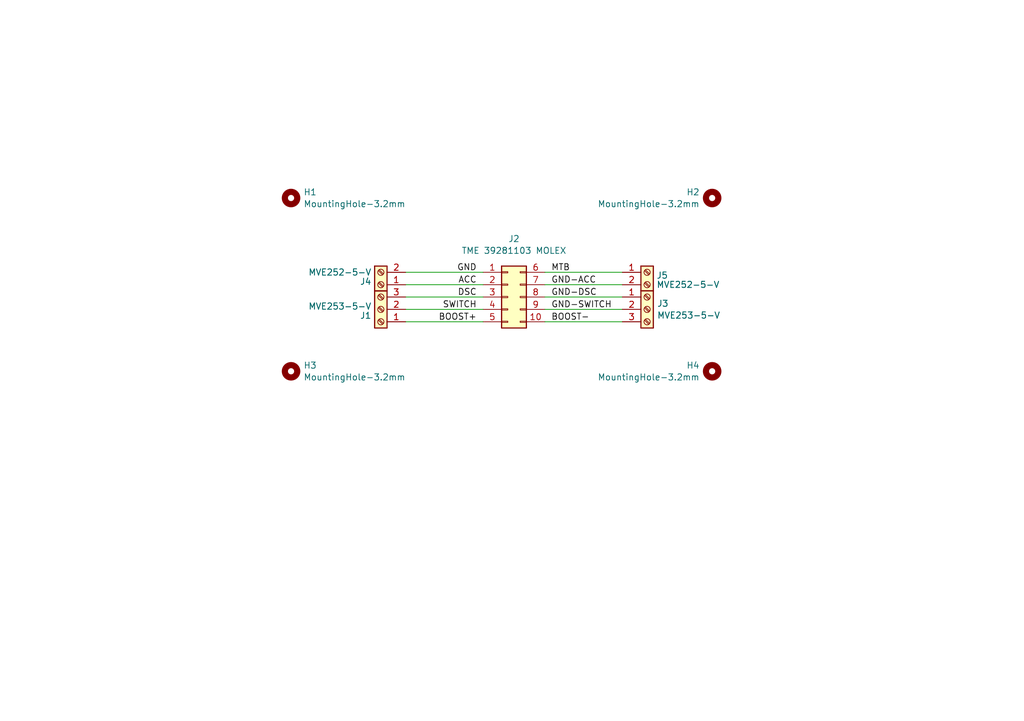
<source format=kicad_sch>
(kicad_sch (version 20230121) (generator eeschema)
  (paper "A5")
  (title_block (title "MOLEX10 to screw-terminals PCB for power supply") (date "2024-06-13") (rev "1.0"))
  (lib_symbols
    (symbol "Connector:Screw_Terminal_01x02" (pin_names (offset 1.016) hide)
      (property "Reference" "J" (at 0 2.54 0))
      (property "Value" "Screw_Terminal_01x02" (at 0 -5.08 0))
      (symbol "Screw_Terminal_01x02_1_1"
        (rectangle (start -1.27 1.27) (end 1.27 -3.81) (stroke (width 0.254)) (fill (type background)))
        (circle (center 0 -2.54) (radius 0.635) (stroke (width 0.1524)))
        (polyline (pts (xy -0.5334 -2.2098) (xy 0.3302 -3.048)) (stroke (width 0.1524)))
        (polyline (pts (xy -0.5334 0.3302) (xy 0.3302 -0.508)) (stroke (width 0.1524)))
        (polyline (pts (xy -0.3556 -2.032) (xy 0.508 -2.8702)) (stroke (width 0.1524)))
        (polyline (pts (xy -0.3556 0.508) (xy 0.508 -0.3302)) (stroke (width 0.1524)))
        (circle (center 0 0) (radius 0.635) (stroke (width 0.1524)))
        (pin passive line (at -5.08 0 0) (length 3.81) (name "Pin_1") (number "1"))
        (pin passive line (at -5.08 -2.54 0) (length 3.81) (name "Pin_2") (number "2"))
      )
    )
    (symbol "Connector:Screw_Terminal_01x03" (pin_names (offset 1.016) hide)
      (property "Reference" "J" (at 0 5.08 0))
      (property "Value" "Screw_Terminal_01x03" (at 0 -5.08 0))
      (symbol "Screw_Terminal_01x03_1_1"
        (rectangle (start -1.27 3.81) (end 1.27 -3.81) (stroke (width 0.254)) (fill (type background)))
        (circle (center 0 -2.54) (radius 0.635) (stroke (width 0.1524)))
        (polyline (pts (xy -0.5334 -2.2098) (xy 0.3302 -3.048)) (stroke (width 0.1524)))
        (polyline (pts (xy -0.5334 0.3302) (xy 0.3302 -0.508)) (stroke (width 0.1524)))
        (polyline (pts (xy -0.5334 2.8702) (xy 0.3302 2.032)) (stroke (width 0.1524)))
        (polyline (pts (xy -0.3556 -2.032) (xy 0.508 -2.8702)) (stroke (width 0.1524)))
        (polyline (pts (xy -0.3556 0.508) (xy 0.508 -0.3302)) (stroke (width 0.1524)))
        (polyline (pts (xy -0.3556 3.048) (xy 0.508 2.2098)) (stroke (width 0.1524)))
        (circle (center 0 0) (radius 0.635) (stroke (width 0.1524)))
        (circle (center 0 2.54) (radius 0.635) (stroke (width 0.1524)))
        (pin passive line (at -5.08 2.54 0) (length 3.81) (name "Pin_1") (number "1"))
        (pin passive line (at -5.08 0 0) (length 3.81) (name "Pin_2") (number "2"))
        (pin passive line (at -5.08 -2.54 0) (length 3.81) (name "Pin_3") (number "3"))
      )
    )
    (symbol "Connector_Generic:Conn_02x05_Top_Bottom" (pin_names (offset 1.016) hide)
      (property "Reference" "J" (at 1.27 7.62 0))
      (property "Value" "Conn_02x05_Top_Bottom" (at 1.27 -7.62 0))
      (symbol "Conn_02x05_Top_Bottom_1_1"
        (rectangle (start -1.27 -4.953) (end 0 -5.207) (stroke (width 0.1524)))
        (rectangle (start -1.27 -2.413) (end 0 -2.667) (stroke (width 0.1524)))
        (rectangle (start -1.27 0.127) (end 0 -0.127) (stroke (width 0.1524)))
        (rectangle (start -1.27 2.667) (end 0 2.413) (stroke (width 0.1524)))
        (rectangle (start -1.27 5.207) (end 0 4.953) (stroke (width 0.1524)))
        (rectangle (start -1.27 6.35) (end 3.81 -6.35) (stroke (width 0.254)) (fill (type background)))
        (rectangle (start 3.81 -4.953) (end 2.54 -5.207) (stroke (width 0.1524)))
        (rectangle (start 3.81 -2.413) (end 2.54 -2.667) (stroke (width 0.1524)))
        (rectangle (start 3.81 0.127) (end 2.54 -0.127) (stroke (width 0.1524)))
        (rectangle (start 3.81 2.667) (end 2.54 2.413) (stroke (width 0.1524)))
        (rectangle (start 3.81 5.207) (end 2.54 4.953) (stroke (width 0.1524)))
        (pin passive line (at -5.08 5.08 0) (length 3.81) (name "Pin_1") (number "1"))
        (pin passive line (at 7.62 -5.08 180) (length 3.81) (name "Pin_10") (number "10"))
        (pin passive line (at -5.08 2.54 0) (length 3.81) (name "Pin_2") (number "2"))
        (pin passive line (at -5.08 0 0) (length 3.81) (name "Pin_3") (number "3"))
        (pin passive line (at -5.08 -2.54 0) (length 3.81) (name "Pin_4") (number "4"))
        (pin passive line (at -5.08 -5.08 0) (length 3.81) (name "Pin_5") (number "5"))
        (pin passive line (at 7.62 5.08 180) (length 3.81) (name "Pin_6") (number "6"))
        (pin passive line (at 7.62 2.54 180) (length 3.81) (name "Pin_7") (number "7"))
        (pin passive line (at 7.62 0 180) (length 3.81) (name "Pin_8") (number "8"))
        (pin passive line (at 7.62 -2.54 180) (length 3.81) (name "Pin_9") (number "9"))
      )
    )
    (symbol "Mechanical:MountingHole" (pin_names (offset 1.016))
      (property "Reference" "H" (at 0 5.08 0))
      (property "Value" "MountingHole" (at 0 3.175 0))
      (symbol "MountingHole_0_1"
        (circle (center 0 0) (radius 1.27) (stroke (width 1.27)))
      )
    )
  )
  (wire (pts (xy 83.185 66.04) (xy 99.06 66.04)))
  (wire (pts (xy 111.76 55.88) (xy 127.635 55.88)))
  (wire (pts (xy 83.185 58.42) (xy 99.06 58.42)))
  (wire (pts (xy 83.185 60.96) (xy 99.06 60.96)))
  (wire (pts (xy 111.76 58.42) (xy 127.635 58.42)))
  (wire (pts (xy 83.185 63.5) (xy 99.06 63.5)))
  (wire (pts (xy 83.185 55.88) (xy 99.06 55.88)))
  (wire (pts (xy 111.76 66.04) (xy 127.635 66.04)))
  (wire (pts (xy 111.76 63.5) (xy 127.635 63.5)))
  (wire (pts (xy 111.76 60.96) (xy 127.635 60.96)))
  (label "BOOST-" (at 113.03 66.04 0))
  (label "MTB" (at 113.03 55.88 0))
  (label "GND-SWITCH" (at 113.03 63.5 0))
  (label "BOOST+" (at 97.79 66.04 180))
  (label "SWITCH" (at 97.79 63.5 180))
  (label "ACC" (at 97.79 58.42 180))
  (label "GND" (at 97.79 55.88 180))
  (label "GND-DSC" (at 113.03 60.96 0))
  (label "GND-ACC" (at 113.03 58.42 0))
  (label "DSC" (at 97.79 60.96 180))
  (symbol (lib_id "Connector_Generic:Conn_02x05_Top_Bottom") (at 104.14 60.96 0) (unit 1)
    (property "Reference" "J2" (at 105.41 49.0108 0))
    (property "Value" "TME 39281103 MOLEX" (at 105.41 51.435 0))
    (property "Footprint" "Connector_Molex:Molex_Mini-Fit_Jr_5566-10A2_2x05_P4.20mm_Vertical" (effects hide))
  )
  (symbol (lib_id "Connector:Screw_Terminal_01x03") (at 132.715 63.5 0) (unit 1)
    (property "Reference" "J3" (at 134.747 62.2879 0) (effects (justify left)))
    (property "Value" "MVE253-5-V" (at 134.747 64.7121 0) (effects (justify left)))
    (property "Footprint" "TerminalBlock_Euroclamp:MVE253-5-V" (effects hide))
  )
  (symbol (lib_id "Mechanical:MountingHole") (at 59.69 40.64 0) (unit 1)
    (property "Reference" "H1" (at 62.23 39.4279 0) (effects (justify left)))
    (property "Value" "MountingHole-3.2mm" (at 62.23 41.8521 0) (effects (justify left)))
    (property "Footprint" "MountingHole:MountingHole_3.2mm_M3_Pad" (effects hide))
  )
  (symbol (lib_id "Connector:Screw_Terminal_01x03") (at 78.105 63.5 180) (unit 1)
    (property "Reference" "J1" (at 76.2 64.77 0) (effects (justify left)))
    (property "Value" "MVE253-5-V" (at 76.2 62.865 0) (effects (justify left)))
    (property "Footprint" "TerminalBlock_Euroclamp:MVE253-5-V" (effects hide))
  )
  (symbol (lib_id "Connector:Screw_Terminal_01x02") (at 78.105 58.42 180) (unit 1)
    (property "Reference" "J4" (at 76.2 57.785 0) (effects (justify left)))
    (property "Value" "MVE252-5-V" (at 76.2 55.88 0) (effects (justify left)))
    (property "Footprint" "TerminalBlock_Euroclamp:MVE252-5-V" (effects hide))
  )
  (symbol (lib_id "Mechanical:MountingHole") (at 59.69 76.2 0) (unit 1)
    (property "Reference" "H3" (at 62.23 74.9879 0) (effects (justify left)))
    (property "Value" "MountingHole-3.2mm" (at 62.23 77.4121 0) (effects (justify left)))
    (property "Footprint" "MountingHole:MountingHole_3.2mm_M3_Pad" (effects hide))
  )
  (symbol (lib_id "Mechanical:MountingHole") (at 146.05 76.2 0) (mirror y) (unit 1)
    (property "Reference" "H4" (at 143.51 74.9879 0) (effects (justify left)))
    (property "Value" "MountingHole-3.2mm" (at 143.51 77.4121 0) (effects (justify left)))
    (property "Footprint" "MountingHole:MountingHole_3.2mm_M3_Pad" (effects hide))
  )
  (symbol (lib_id "Connector:Screw_Terminal_01x02") (at 132.715 55.88 0) (unit 1)
    (property "Reference" "J5" (at 134.62 56.515 0) (effects (justify left)))
    (property "Value" "MVE252-5-V" (at 134.62 58.42 0) (effects (justify left)))
    (property "Footprint" "TerminalBlock_Euroclamp:MVE252-5-V" (effects hide))
  )
  (symbol (lib_id "Mechanical:MountingHole") (at 146.05 40.64 0) (mirror y) (unit 1)
    (property "Reference" "H2" (at 143.51 39.4279 0) (effects (justify left)))
    (property "Value" "MountingHole-3.2mm" (at 143.51 41.8521 0) (effects (justify left)))
    (property "Footprint" "MountingHole:MountingHole_3.2mm_M3_Pad" (effects hide))
  )
)
</source>
